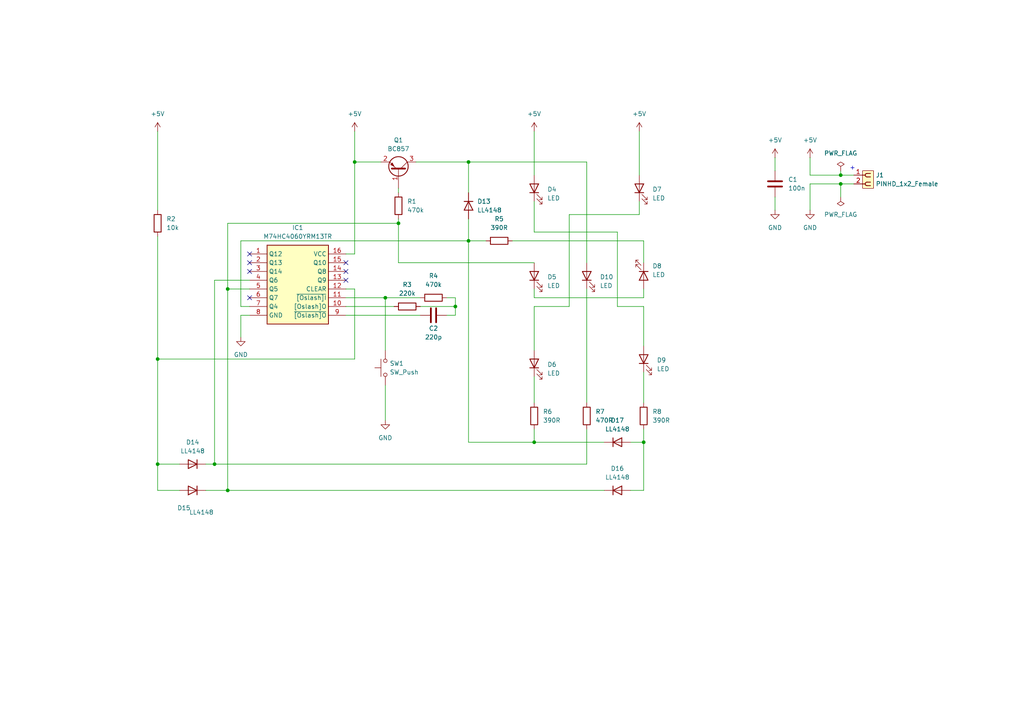
<source format=kicad_sch>
(kicad_sch (version 20231120) (generator "eeschema") (generator_version "8.0")
  (paper "A4")
  (lib_symbols
    (symbol "Device:C" (pin_numbers hide) (pin_names (offset 0.254))
      (property "Reference" "C" (at 0.635 2.54 0))
      (property "Value" "C" (at 0.635 -2.54 0))
      (symbol "C_0_1"
        (polyline (pts (xy -2.032 -0.762) (xy 2.032 -0.762)) (stroke (width 0.508)))
        (polyline (pts (xy -2.032 0.762) (xy 2.032 0.762)) (stroke (width 0.508)))
      )
      (symbol "C_1_1"
        (pin passive line (at 0 3.81 270) (length 2.794) (name "~") (number "1"))
        (pin passive line (at 0 -3.81 90) (length 2.794) (name "~") (number "2"))
      )
    )
    (symbol "Device:LED" (pin_numbers hide) (pin_names (offset 1.016) hide)
      (property "Reference" "D" (at 0 2.54 0))
      (property "Value" "LED" (at 0 -2.54 0))
      (symbol "LED_0_1"
        (polyline (pts (xy -1.27 -1.27) (xy -1.27 1.27)) (stroke (width 0.254)))
        (polyline (pts (xy -1.27 0) (xy 1.27 0)))
        (polyline (pts (xy 1.27 -1.27) (xy 1.27 1.27) (xy -1.27 0) (xy 1.27 -1.27)) (stroke (width 0.254)))
        (polyline (pts (xy -3.048 -0.762) (xy -4.572 -2.286) (xy -3.81 -2.286) (xy -4.572 -2.286) (xy -4.572 -1.524)))
        (polyline (pts (xy -1.778 -0.762) (xy -3.302 -2.286) (xy -2.54 -2.286) (xy -3.302 -2.286) (xy -3.302 -1.524)))
      )
      (symbol "LED_1_1"
        (pin passive line (at -3.81 0 0) (length 2.54) (name "K") (number "1"))
        (pin passive line (at 3.81 0 180) (length 2.54) (name "A") (number "2"))
      )
    )
    (symbol "Device:R" (pin_numbers hide) (pin_names (offset 0))
      (property "Reference" "R" (at 2.032 0 90))
      (property "Value" "R" (at 0 0 90))
      (symbol "R_0_1"
        (rectangle (start -1.016 -2.54) (end 1.016 2.54) (stroke (width 0.254)))
      )
      (symbol "R_1_1"
        (pin passive line (at 0 3.81 270) (length 1.27) (name "~") (number "1"))
        (pin passive line (at 0 -3.81 90) (length 1.27) (name "~") (number "2"))
      )
    )
    (symbol "Diode:LL4148" (pin_numbers hide) (pin_names hide)
      (property "Reference" "D" (at 0 2.54 0))
      (property "Value" "LL4148" (at 0 -2.54 0))
      (symbol "LL4148_0_1"
        (polyline (pts (xy -1.27 1.27) (xy -1.27 -1.27)) (stroke (width 0.254)))
        (polyline (pts (xy 1.27 0) (xy -1.27 0)))
        (polyline (pts (xy 1.27 1.27) (xy 1.27 -1.27) (xy -1.27 0) (xy 1.27 1.27)) (stroke (width 0.254)))
      )
      (symbol "LL4148_1_1"
        (pin passive line (at -3.81 0 0) (length 2.54) (name "K") (number "1"))
        (pin passive line (at 3.81 0 180) (length 2.54) (name "A") (number "2"))
      )
    )
    (symbol "PCM_SL_Pin_Headers:PINHD_1x2_Female"
      (property "Reference" "J" (at 0 7.62 0))
      (property "Value" "PINHD_1x2_Female" (at 0 5.08 0))
      (symbol "PINHD_1x2_Female_0_1"
        (rectangle (start -1.27 2.54) (end 1.905 -2.54) (fill (type background)))
        (arc (start -0.508 -1.27) (mid -0.3592 -1.6292) (end 0 -1.778) (stroke (width 0.25)))
        (arc (start -0.508 1.27) (mid -0.3592 0.9108) (end 0 0.762) (stroke (width 0.25)))
        (arc (start 0 -0.762) (mid -0.3592 -0.9108) (end -0.508 -1.27) (stroke (width 0.25)))
        (polyline (pts (xy -1.27 -1.27) (xy -0.508 -1.27)) (stroke (width 0.25)))
        (polyline (pts (xy -1.27 1.27) (xy -0.508 1.27)) (stroke (width 0.25)))
        (polyline (pts (xy 0 -1.778) (xy 1.016 -1.778)) (stroke (width 0.25)))
        (polyline (pts (xy 0 -0.762) (xy 1.016 -0.762)) (stroke (width 0.25)))
        (polyline (pts (xy 0 0.762) (xy 1.016 0.762)) (stroke (width 0.25)))
        (polyline (pts (xy 0 1.778) (xy 1.016 1.778)) (stroke (width 0.25)))
        (arc (start 0 1.778) (mid -0.3592 1.6292) (end -0.508 1.27) (stroke (width 0.25)))
      )
      (symbol "PINHD_1x2_Female_1_1"
        (pin passive line (at -3.81 1.27 0) (length 2.54) (name "") (number "1"))
        (pin passive line (at -3.81 -1.27 0) (length 2.54) (name "") (number "2"))
      )
    )
    (symbol "SamacSys_Parts:M74HC4060YRM13TR"
      (property "Reference" "IC" (at 24.13 7.62 0))
      (property "Value" "M74HC4060YRM13TR" (at 24.13 5.08 0))
      (symbol "M74HC4060YRM13TR_1_1"
        (rectangle (start 5.08 2.54) (end 22.86 -20.32) (stroke (width 0.254)) (fill (type background)))
        (pin passive line (at 0 0 0) (length 5.08) (name "Q12") (number "1"))
        (pin passive line (at 27.94 -15.24 180) (length 5.08) (name "[Oslash]O") (number "10"))
        (pin passive line (at 27.94 -12.7 180) (length 5.08) (name "~{[Oslash]I}") (number "11"))
        (pin passive line (at 27.94 -10.16 180) (length 5.08) (name "CLEAR") (number "12"))
        (pin passive line (at 27.94 -7.62 180) (length 5.08) (name "Q9") (number "13"))
        (pin passive line (at 27.94 -5.08 180) (length 5.08) (name "Q8") (number "14"))
        (pin passive line (at 27.94 -2.54 180) (length 5.08) (name "Q10") (number "15"))
        (pin power_in line (at 27.94 0 180) (length 5.08) (name "VCC") (number "16"))
        (pin passive line (at 0 -2.54 0) (length 5.08) (name "Q13") (number "2"))
        (pin passive line (at 0 -5.08 0) (length 5.08) (name "Q14") (number "3"))
        (pin passive line (at 0 -7.62 0) (length 5.08) (name "Q6") (number "4"))
        (pin passive line (at 0 -10.16 0) (length 5.08) (name "Q5") (number "5"))
        (pin passive line (at 0 -12.7 0) (length 5.08) (name "Q7") (number "6"))
        (pin passive line (at 0 -15.24 0) (length 5.08) (name "Q4") (number "7"))
        (pin power_in line (at 0 -17.78 0) (length 5.08) (name "GND") (number "8"))
        (pin passive line (at 27.94 -17.78 180) (length 5.08) (name "~{[Oslash]O}") (number "9"))
      )
    )
    (symbol "Switch:SW_Push" (pin_numbers hide) (pin_names (offset 1.016) hide)
      (property "Reference" "SW" (at 1.27 2.54 0))
      (property "Value" "SW_Push" (at 0 -1.524 0))
      (symbol "SW_Push_0_1"
        (circle (center -2.032 0) (radius 0.508))
        (polyline (pts (xy 0 1.27) (xy 0 3.048)))
        (polyline (pts (xy 2.54 1.27) (xy -2.54 1.27)))
        (circle (center 2.032 0) (radius 0.508))
        (pin passive line (at -5.08 0 0) (length 2.54) (name "1") (number "1"))
        (pin passive line (at 5.08 0 180) (length 2.54) (name "2") (number "2"))
      )
    )
    (symbol "Transistor_BJT:BC857" (pin_names (offset 0) hide)
      (property "Reference" "Q" (at 5.08 1.905 0))
      (property "Value" "BC857" (at 5.08 0 0))
      (symbol "BC857_0_1"
        (polyline (pts (xy 0.635 0.635) (xy 2.54 2.54)))
        (polyline (pts (xy 0.635 -0.635) (xy 2.54 -2.54) (xy 2.54 -2.54)))
        (polyline (pts (xy 0.635 1.905) (xy 0.635 -1.905) (xy 0.635 -1.905)) (stroke (width 0.508)))
        (polyline (pts (xy 2.286 -1.778) (xy 1.778 -2.286) (xy 1.27 -1.27) (xy 2.286 -1.778) (xy 2.286 -1.778)) (fill (type outline)))
        (circle (center 1.27 0) (radius 2.8194) (stroke (width 0.254)))
      )
      (symbol "BC857_1_1"
        (pin input line (at -5.08 0 0) (length 5.715) (name "B") (number "1"))
        (pin passive line (at 2.54 -5.08 90) (length 2.54) (name "E") (number "2"))
        (pin passive line (at 2.54 5.08 270) (length 2.54) (name "C") (number "3"))
      )
    )
    (symbol "power:+5V" (power) (pin_numbers hide) (pin_names (offset 0) hide)
      (property "Value" "+5V" (at 0 3.556 0))
      (symbol "+5V_0_1"
        (polyline (pts (xy -0.762 1.27) (xy 0 2.54)))
        (polyline (pts (xy 0 0) (xy 0 2.54)))
        (polyline (pts (xy 0 2.54) (xy 0.762 1.27)))
      )
      (symbol "+5V_1_1"
        (pin power_in line (at 0 0 90) (length 0) (name "~") (number "1"))
      )
    )
    (symbol "power:GND" (power) (pin_names (offset 0))
      (property "Value" "GND" (at 0 -3.81 0))
      (symbol "GND_0_1"
        (polyline (pts (xy 0 0) (xy 0 -1.27) (xy 1.27 -1.27) (xy 0 -2.54) (xy -1.27 -1.27) (xy 0 -1.27)))
      )
      (symbol "GND_1_1"
        (pin power_in line (at 0 0 270) (length 0) hide (name "GND") (number "1"))
      )
    )
    (symbol "power:PWR_FLAG" (power) (pin_numbers hide) (pin_names (offset 0) hide)
      (property "Value" "PWR_FLAG" (at 0 3.81 0))
      (symbol "PWR_FLAG_0_0"
        (pin power_out line (at 0 0 90) (length 0) (name "pwr") (number "1"))
      )
      (symbol "PWR_FLAG_0_1"
        (polyline (pts (xy 0 0) (xy 0 1.27) (xy -1.016 1.905) (xy 0 2.54) (xy 1.016 1.905) (xy 0 1.27)))
      )
    )
  )
  (junction (at 243.84 53.34))
  (junction (at 66.04 83.82))
  (junction (at 154.94 128.27))
  (junction (at 66.04 142.24))
  (junction (at 62.23 134.62))
  (junction (at 135.89 46.99))
  (junction (at 135.89 69.85))
  (junction (at 186.69 128.27))
  (junction (at 132.08 88.9))
  (junction (at 243.84 50.8))
  (junction (at 111.76 86.36))
  (junction (at 115.57 64.77))
  (junction (at 102.87 46.99))
  (junction (at 45.72 134.62))
  (junction (at 45.72 104.14))
  (no_connect (at 100.33 81.28))
  (no_connect (at 100.33 78.74))
  (no_connect (at 100.33 76.2))
  (no_connect (at 72.39 76.2))
  (no_connect (at 72.39 78.74))
  (no_connect (at 72.39 86.36))
  (no_connect (at 72.39 73.66))
  (wire (pts (xy 234.95 50.8) (xy 243.84 50.8)))
  (wire (pts (xy 62.23 81.28) (xy 72.39 81.28)))
  (wire (pts (xy 69.85 69.85) (xy 135.89 69.85)))
  (wire (pts (xy 165.1 62.23) (xy 165.1 88.9)))
  (wire (pts (xy 45.72 68.58) (xy 45.72 104.14)))
  (wire (pts (xy 129.54 91.44) (xy 132.08 91.44)))
  (wire (pts (xy 243.84 53.34) (xy 247.65 53.34)))
  (wire (pts (xy 52.07 142.24) (xy 45.72 142.24)))
  (wire (pts (xy 115.57 76.2) (xy 154.94 76.2)))
  (wire (pts (xy 115.57 54.61) (xy 115.57 55.88)))
  (wire (pts (xy 100.33 83.82) (xy 102.87 83.82)))
  (wire (pts (xy 186.69 69.85) (xy 148.59 69.85)))
  (wire (pts (xy 135.89 69.85) (xy 140.97 69.85)))
  (wire (pts (xy 243.84 50.8) (xy 243.84 49.53)))
  (wire (pts (xy 59.69 142.24) (xy 66.04 142.24)))
  (wire (pts (xy 45.72 142.24) (xy 45.72 134.62)))
  (wire (pts (xy 154.94 128.27) (xy 175.26 128.27)))
  (wire (pts (xy 234.95 45.72) (xy 234.95 50.8)))
  (wire (pts (xy 154.94 128.27) (xy 135.89 128.27)))
  (wire (pts (xy 182.88 128.27) (xy 186.69 128.27)))
  (wire (pts (xy 185.42 62.23) (xy 165.1 62.23)))
  (wire (pts (xy 69.85 91.44) (xy 69.85 97.79)))
  (wire (pts (xy 132.08 88.9) (xy 121.92 88.9)))
  (wire (pts (xy 69.85 88.9) (xy 69.85 69.85)))
  (wire (pts (xy 66.04 83.82) (xy 66.04 142.24)))
  (wire (pts (xy 102.87 38.1) (xy 102.87 46.99)))
  (wire (pts (xy 154.94 124.46) (xy 154.94 128.27)))
  (wire (pts (xy 102.87 83.82) (xy 102.87 104.14)))
  (wire (pts (xy 135.89 46.99) (xy 170.18 46.99)))
  (wire (pts (xy 115.57 64.77) (xy 115.57 76.2)))
  (wire (pts (xy 62.23 81.28) (xy 62.23 134.62)))
  (wire (pts (xy 135.89 63.5) (xy 135.89 69.85)))
  (wire (pts (xy 62.23 134.62) (xy 170.18 134.62)))
  (wire (pts (xy 102.87 46.99) (xy 110.49 46.99)))
  (wire (pts (xy 45.72 60.96) (xy 45.72 38.1)))
  (wire (pts (xy 111.76 86.36) (xy 111.76 101.6)))
  (wire (pts (xy 72.39 88.9) (xy 69.85 88.9)))
  (wire (pts (xy 186.69 76.2) (xy 186.69 69.85)))
  (wire (pts (xy 100.33 73.66) (xy 102.87 73.66)))
  (wire (pts (xy 224.79 57.15) (xy 224.79 60.96)))
  (wire (pts (xy 100.33 86.36) (xy 111.76 86.36)))
  (wire (pts (xy 135.89 69.85) (xy 135.89 128.27)))
  (wire (pts (xy 154.94 67.31) (xy 179.07 67.31)))
  (wire (pts (xy 170.18 83.82) (xy 170.18 116.84)))
  (wire (pts (xy 185.42 58.42) (xy 185.42 62.23)))
  (wire (pts (xy 66.04 142.24) (xy 175.26 142.24)))
  (wire (pts (xy 135.89 46.99) (xy 135.89 55.88)))
  (wire (pts (xy 186.69 107.95) (xy 186.69 116.84)))
  (wire (pts (xy 154.94 109.22) (xy 154.94 116.84)))
  (wire (pts (xy 179.07 88.9) (xy 186.69 88.9)))
  (wire (pts (xy 154.94 86.36) (xy 186.69 86.36)))
  (wire (pts (xy 182.88 142.24) (xy 186.69 142.24)))
  (wire (pts (xy 100.33 91.44) (xy 121.92 91.44)))
  (wire (pts (xy 72.39 83.82) (xy 66.04 83.82)))
  (wire (pts (xy 45.72 104.14) (xy 102.87 104.14)))
  (wire (pts (xy 186.69 128.27) (xy 186.69 142.24)))
  (wire (pts (xy 154.94 58.42) (xy 154.94 67.31)))
  (wire (pts (xy 132.08 86.36) (xy 132.08 88.9)))
  (wire (pts (xy 224.79 45.72) (xy 224.79 49.53)))
  (wire (pts (xy 121.92 86.36) (xy 111.76 86.36)))
  (wire (pts (xy 154.94 83.82) (xy 154.94 86.36)))
  (wire (pts (xy 186.69 124.46) (xy 186.69 128.27)))
  (wire (pts (xy 243.84 57.15) (xy 243.84 53.34)))
  (wire (pts (xy 154.94 88.9) (xy 154.94 101.6)))
  (wire (pts (xy 234.95 60.96) (xy 234.95 53.34)))
  (wire (pts (xy 170.18 124.46) (xy 170.18 134.62)))
  (wire (pts (xy 186.69 86.36) (xy 186.69 83.82)))
  (wire (pts (xy 186.69 88.9) (xy 186.69 100.33)))
  (wire (pts (xy 185.42 50.8) (xy 185.42 38.1)))
  (wire (pts (xy 111.76 111.76) (xy 111.76 121.92)))
  (wire (pts (xy 234.95 53.34) (xy 243.84 53.34)))
  (wire (pts (xy 45.72 134.62) (xy 45.72 104.14)))
  (wire (pts (xy 66.04 64.77) (xy 66.04 83.82)))
  (wire (pts (xy 102.87 46.99) (xy 102.87 73.66)))
  (wire (pts (xy 243.84 50.8) (xy 247.65 50.8)))
  (wire (pts (xy 52.07 134.62) (xy 45.72 134.62)))
  (wire (pts (xy 120.65 46.99) (xy 135.89 46.99)))
  (wire (pts (xy 59.69 134.62) (xy 62.23 134.62)))
  (wire (pts (xy 69.85 91.44) (xy 72.39 91.44)))
  (wire (pts (xy 115.57 63.5) (xy 115.57 64.77)))
  (wire (pts (xy 66.04 64.77) (xy 115.57 64.77)))
  (wire (pts (xy 132.08 91.44) (xy 132.08 88.9)))
  (wire (pts (xy 100.33 88.9) (xy 114.3 88.9)))
  (wire (pts (xy 170.18 76.2) (xy 170.18 46.99)))
  (wire (pts (xy 154.94 50.8) (xy 154.94 38.1)))
  (wire (pts (xy 179.07 67.31) (xy 179.07 88.9)))
  (wire (pts (xy 129.54 86.36) (xy 132.08 86.36)))
  (wire (pts (xy 154.94 88.9) (xy 165.1 88.9)))
  (text "+" (at 246.38 49.53 0) (effects (font (size 1.27 1.27)) (justify left bottom)))
  (symbol (lib_id "Device:C") (at 224.79 53.34 0) (unit 1)
    (property "Reference" "C1" (at 228.6 52.07 0) (effects (justify left)))
    (property "Value" "100n" (at 228.6 54.61 0) (effects (justify left)))
    (property "Footprint" "Capacitor_SMD:C_0805_2012Metric_Pad1.18x1.45mm_HandSolder" (effects (hide yes)))
  )
  (symbol (lib_id "power:GND") (at 69.85 97.79 0) (unit 1)
    (property "Reference" "#PWR02" (effects (hide yes)))
    (property "Value" "GND" (at 69.85 102.87 0))
  )
  (symbol (lib_id "Device:LED") (at 154.94 54.61 90) (unit 1)
    (property "Reference" "D4" (at 158.75 54.9275 90) (effects (justify right)))
    (property "Value" "LED" (at 158.75 57.4675 90) (effects (justify right)))
    (property "Footprint" "LED_SMD:LED_0805_2012Metric_Pad1.15x1.40mm_HandSolder" (effects (hide yes)))
  )
  (symbol (lib_id "Device:R") (at 186.69 120.65 0) (unit 1)
    (property "Reference" "R8" (at 189.23 119.3799 0) (effects (justify left)))
    (property "Value" "390R" (at 189.23 121.9199 0) (effects (justify left)))
    (property "Footprint" "Resistor_SMD:R_1206_3216Metric_Pad1.30x1.75mm_HandSolder" (effects (hide yes)))
  )
  (symbol (lib_id "Device:R") (at 144.78 69.85 90) (unit 1)
    (property "Reference" "R5" (at 144.78 63.5 90))
    (property "Value" "390R" (at 144.78 66.04 90))
    (property "Footprint" "Resistor_SMD:R_1206_3216Metric_Pad1.30x1.75mm_HandSolder" (effects (hide yes)))
  )
  (symbol (lib_id "power:GND") (at 234.95 60.96 0) (unit 1)
    (property "Reference" "#PWR03" (effects (hide yes)))
    (property "Value" "GND" (at 234.95 66.04 0))
  )
  (symbol (lib_id "Device:R") (at 115.57 59.69 0) (unit 1)
    (property "Reference" "R1" (at 118.11 58.42 0) (effects (justify left)))
    (property "Value" "470k" (at 118.11 60.96 0) (effects (justify left)))
    (property "Footprint" "Resistor_SMD:R_1206_3216Metric_Pad1.30x1.75mm_HandSolder" (effects (hide yes)))
  )
  (symbol (lib_id "power:GND") (at 224.79 60.96 0) (unit 1)
    (property "Reference" "#PWR01" (effects (hide yes)))
    (property "Value" "GND" (at 224.79 66.04 0))
  )
  (symbol (lib_id "Device:LED") (at 170.18 80.01 90) (unit 1)
    (property "Reference" "D10" (at 173.99 80.3275 90) (effects (justify right)))
    (property "Value" "LED" (at 173.99 82.8675 90) (effects (justify right)))
    (property "Footprint" "LED_SMD:LED_0805_2012Metric_Pad1.15x1.40mm_HandSolder" (effects (hide yes)))
  )
  (symbol (lib_id "Device:LED") (at 154.94 105.41 90) (unit 1)
    (property "Reference" "D6" (at 158.75 105.7275 90) (effects (justify right)))
    (property "Value" "LED" (at 158.75 108.2675 90) (effects (justify right)))
    (property "Footprint" "LED_SMD:LED_0805_2012Metric_Pad1.15x1.40mm_HandSolder" (effects (hide yes)))
  )
  (symbol (lib_id "Device:R") (at 118.11 88.9 90) (unit 1)
    (property "Reference" "R3" (at 118.11 82.55 90))
    (property "Value" "220k" (at 118.11 85.09 90))
    (property "Footprint" "Resistor_SMD:R_1206_3216Metric_Pad1.30x1.75mm_HandSolder" (effects (hide yes)))
  )
  (symbol (lib_id "Diode:LL4148") (at 135.89 59.69 270) (unit 1)
    (property "Reference" "D13" (at 138.43 58.42 90) (effects (justify left)))
    (property "Value" "LL4148" (at 138.43 60.96 90) (effects (justify left)))
    (property "Footprint" "Diode_SMD:D_MiniMELF" (effects (hide yes)))
    (property "Datasheet" "http://www.vishay.com/docs/85557/ll4148.pdf" (effects (hide yes)))
    (property "Sim.Device" "D" (effects (hide yes)))
    (property "Sim.Pins" "1=K 2=A" (effects (hide yes)))
  )
  (symbol (lib_id "power:+5V") (at 102.87 38.1 0) (unit 1)
    (property "Reference" "#PWR07" (effects (hide yes)))
    (property "Value" "+5V" (at 102.87 33.02 0))
    (property "Description" "Power symbol creates a global label with name \"+5V\"" (effects (hide yes)))
  )
  (symbol (lib_id "Device:LED") (at 186.69 80.01 270) (unit 1)
    (property "Reference" "D8" (at 189.23 77.1525 90) (effects (justify left)))
    (property "Value" "LED" (at 189.23 79.6925 90) (effects (justify left)))
    (property "Footprint" "LED_SMD:LED_0805_2012Metric_Pad1.15x1.40mm_HandSolder" (effects (hide yes)))
  )
  (symbol (lib_id "Device:LED") (at 154.94 80.01 90) (unit 1)
    (property "Reference" "D5" (at 158.75 80.3275 90) (effects (justify right)))
    (property "Value" "LED" (at 158.75 82.8675 90) (effects (justify right)))
    (property "Footprint" "LED_SMD:LED_0805_2012Metric_Pad1.15x1.40mm_HandSolder" (effects (hide yes)))
  )
  (symbol (lib_id "Device:R") (at 154.94 120.65 0) (unit 1)
    (property "Reference" "R6" (at 157.48 119.3799 0) (effects (justify left)))
    (property "Value" "390R" (at 157.48 121.9199 0) (effects (justify left)))
    (property "Footprint" "Resistor_SMD:R_1206_3216Metric_Pad1.30x1.75mm_HandSolder" (effects (hide yes)))
  )
  (symbol (lib_id "Diode:LL4148") (at 179.07 142.24 0) (unit 1)
    (property "Reference" "D16" (at 179.07 135.89 0))
    (property "Value" "LL4148" (at 179.07 138.43 0))
    (property "Footprint" "Diode_SMD:D_MiniMELF" (effects (hide yes)))
    (property "Datasheet" "http://www.vishay.com/docs/85557/ll4148.pdf" (effects (hide yes)))
    (property "Sim.Device" "D" (effects (hide yes)))
    (property "Sim.Pins" "1=K 2=A" (effects (hide yes)))
  )
  (symbol (lib_id "Device:C") (at 125.73 91.44 90) (unit 1)
    (property "Reference" "C2" (at 125.73 95.25 90))
    (property "Value" "220p" (at 125.73 97.79 90))
    (property "Footprint" "Capacitor_SMD:C_0805_2012Metric_Pad1.18x1.45mm_HandSolder" (effects (hide yes)))
  )
  (symbol (lib_id "Device:R") (at 125.73 86.36 90) (unit 1)
    (property "Reference" "R4" (at 125.73 80.01 90))
    (property "Value" "470k" (at 125.73 82.55 90))
    (property "Footprint" "Resistor_SMD:R_1206_3216Metric_Pad1.30x1.75mm_HandSolder" (effects (hide yes)))
  )
  (symbol (lib_id "power:+5V") (at 234.95 45.72 0) (unit 1)
    (property "Reference" "#PWR04" (effects (hide yes)))
    (property "Value" "+5V" (at 234.95 40.64 0))
    (property "Description" "Power symbol creates a global label with name \"+5V\"" (effects (hide yes)))
  )
  (symbol (lib_id "Transistor_BJT:BC857") (at 115.57 49.53 270) (mirror x) (unit 1)
    (property "Reference" "Q1" (at 115.57 40.64 90))
    (property "Value" "BC857" (at 115.57 43.18 90))
    (property "Footprint" "Package_TO_SOT_SMD:SOT-23" (effects (hide yes)))
    (property "Datasheet" "https://www.onsemi.com/pub/Collateral/BC860-D.pdf" (effects (hide yes)))
  )
  (symbol (lib_id "power:+5V") (at 224.79 45.72 0) (unit 1)
    (property "Reference" "#PWR08" (effects (hide yes)))
    (property "Value" "+5V" (at 224.79 40.64 0))
    (property "Description" "Power symbol creates a global label with name \"+5V\"" (effects (hide yes)))
  )
  (symbol (lib_id "power:PWR_FLAG") (at 243.84 57.15 180) (unit 1)
    (property "Reference" "#FLG01" (effects (hide yes)))
    (property "Value" "PWR_FLAG" (at 243.84 62.23 0))
  )
  (symbol (lib_id "power:PWR_FLAG") (at 243.84 49.53 0) (unit 1)
    (property "Reference" "#FLG03" (effects (hide yes)))
    (property "Value" "PWR_FLAG" (at 243.84 44.45 0))
  )
  (symbol (lib_id "power:+5V") (at 45.72 38.1 0) (unit 1)
    (property "Reference" "#PWR09" (effects (hide yes)))
    (property "Value" "+5V" (at 45.72 33.02 0))
    (property "Description" "Power symbol creates a global label with name \"+5V\"" (effects (hide yes)))
  )
  (symbol (lib_id "Device:LED") (at 186.69 104.14 90) (unit 1)
    (property "Reference" "D9" (at 190.5 104.4575 90) (effects (justify right)))
    (property "Value" "LED" (at 190.5 106.9975 90) (effects (justify right)))
    (property "Footprint" "LED_SMD:LED_0805_2012Metric_Pad1.15x1.40mm_HandSolder" (effects (hide yes)))
  )
  (symbol (lib_id "power:+5V") (at 185.42 38.1 0) (unit 1)
    (property "Reference" "#PWR05" (effects (hide yes)))
    (property "Value" "+5V" (at 185.42 33.02 0))
    (property "Description" "Power symbol creates a global label with name \"+5V\"" (effects (hide yes)))
  )
  (symbol (lib_id "Device:LED") (at 185.42 54.61 90) (unit 1)
    (property "Reference" "D7" (at 189.23 54.9275 90) (effects (justify right)))
    (property "Value" "LED" (at 189.23 57.4675 90) (effects (justify right)))
    (property "Footprint" "LED_SMD:LED_0805_2012Metric_Pad1.15x1.40mm_HandSolder" (effects (hide yes)))
  )
  (symbol (lib_id "Switch:SW_Push") (at 111.76 106.68 90) (unit 1)
    (property "Reference" "SW1" (at 113.03 105.4099 90) (effects (justify right)))
    (property "Value" "SW_Push" (at 113.03 107.9499 90) (effects (justify right)))
    (property "Footprint" "Button_Switch_SMD:SW_Push_1P1T_NO_CK_KSC6xxJ" (effects (hide yes)))
    (property "Description" "Push button switch, generic, two pins" (effects (hide yes)))
  )
  (symbol (lib_id "PCM_SL_Pin_Headers:PINHD_1x2_Female") (at 251.46 52.07 0) (unit 1)
    (property "Reference" "J1" (at 254 50.8 0) (effects (justify left)))
    (property "Value" "PINHD_1x2_Female" (at 254 53.34 0) (effects (justify left)))
    (property "Footprint" "Connector_PinSocket_2.54mm:PinSocket_1x02_P2.54mm_Vertical" (effects (hide yes)))
  )
  (symbol (lib_id "SamacSys_Parts:M74HC4060YRM13TR") (at 72.39 73.66 0) (unit 1)
    (property "Reference" "IC1" (at 86.36 66.04 0))
    (property "Value" "M74HC4060YRM13TR" (at 86.36 68.58 0))
    (property "Footprint" "Package_SO:SOIC-16_3.9x9.9mm_P1.27mm" (effects (hide yes)))
    (property "Datasheet" "http://www.st.com/st-web-ui/static/active/en/resource/technical/document/datasheet/CD00000318.pdf" (effects (hide yes)))
    (property "Height" "1.75" (effects (hide yes)))
    (property "Manufacturer_Name" "STMicroelectronics" (effects (hide yes)))
    (property "Manufacturer_Part_Number" "M74HC4060YRM13TR" (effects (hide yes)))
    (property "Mouser Part Number" "511-M74HC4060YRM13TR" (effects (hide yes)))
    (property "Mouser Price/Stock" "https://www.mouser.co.uk/ProductDetail/STMicroelectronics/M74HC4060YRM13TR?qs=WHlX%252B%252B9%2FRwCg7B6Sv1P5yw%3D%3D" (effects (hide yes)))
    (property "Arrow Part Number" "M74HC4060YRM13TR" (effects (hide yes)))
    (property "Arrow Price/Stock" "https://www.arrow.com/en/products/m74hc4060yrm13tr/stmicroelectronics" (effects (hide yes)))
  )
  (symbol (lib_id "Device:R") (at 45.72 64.77 0) (unit 1)
    (property "Reference" "R2" (at 48.26 63.5 0) (effects (justify left)))
    (property "Value" "10k" (at 48.26 66.04 0) (effects (justify left)))
    (property "Footprint" "Resistor_SMD:R_1206_3216Metric_Pad1.30x1.75mm_HandSolder" (effects (hide yes)))
  )
  (symbol (lib_id "Diode:LL4148") (at 55.88 134.62 180) (unit 1)
    (property "Reference" "D14" (at 55.88 128.27 0))
    (property "Value" "LL4148" (at 55.88 130.81 0))
    (property "Footprint" "Diode_SMD:D_MiniMELF" (effects (hide yes)))
    (property "Datasheet" "http://www.vishay.com/docs/85557/ll4148.pdf" (effects (hide yes)))
    (property "Sim.Device" "D" (effects (hide yes)))
    (property "Sim.Pins" "1=K 2=A" (effects (hide yes)))
  )
  (symbol (lib_id "Diode:LL4148") (at 55.88 142.24 180) (unit 1)
    (property "Reference" "D15" (at 53.34 147.32 0))
    (property "Value" "LL4148" (at 58.42 148.59 0))
    (property "Footprint" "Diode_SMD:D_MiniMELF" (effects (hide yes)))
    (property "Datasheet" "http://www.vishay.com/docs/85557/ll4148.pdf" (effects (hide yes)))
    (property "Sim.Device" "D" (effects (hide yes)))
    (property "Sim.Pins" "1=K 2=A" (effects (hide yes)))
  )
  (symbol (lib_id "Diode:LL4148") (at 179.07 128.27 0) (unit 1)
    (property "Reference" "D17" (at 179.07 121.92 0))
    (property "Value" "LL4148" (at 179.07 124.46 0))
    (property "Footprint" "Diode_SMD:D_MiniMELF" (effects (hide yes)))
    (property "Datasheet" "http://www.vishay.com/docs/85557/ll4148.pdf" (effects (hide yes)))
    (property "Sim.Device" "D" (effects (hide yes)))
    (property "Sim.Pins" "1=K 2=A" (effects (hide yes)))
  )
  (symbol (lib_id "power:+5V") (at 154.94 38.1 0) (unit 1)
    (property "Reference" "#PWR06" (effects (hide yes)))
    (property "Value" "+5V" (at 154.94 33.02 0))
    (property "Description" "Power symbol creates a global label with name \"+5V\"" (effects (hide yes)))
  )
  (symbol (lib_id "Device:R") (at 170.18 120.65 0) (unit 1)
    (property "Reference" "R7" (at 172.72 119.3799 0) (effects (justify left)))
    (property "Value" "470R" (at 172.72 121.9199 0) (effects (justify left)))
    (property "Footprint" "Resistor_SMD:R_1206_3216Metric_Pad1.30x1.75mm_HandSolder" (effects (hide yes)))
  )
  (symbol (lib_id "power:GND") (at 111.76 121.92 0) (unit 1)
    (property "Reference" "#PWR0101" (effects (hide yes)))
    (property "Value" "GND" (at 111.76 127 0))
  )
)
</source>
